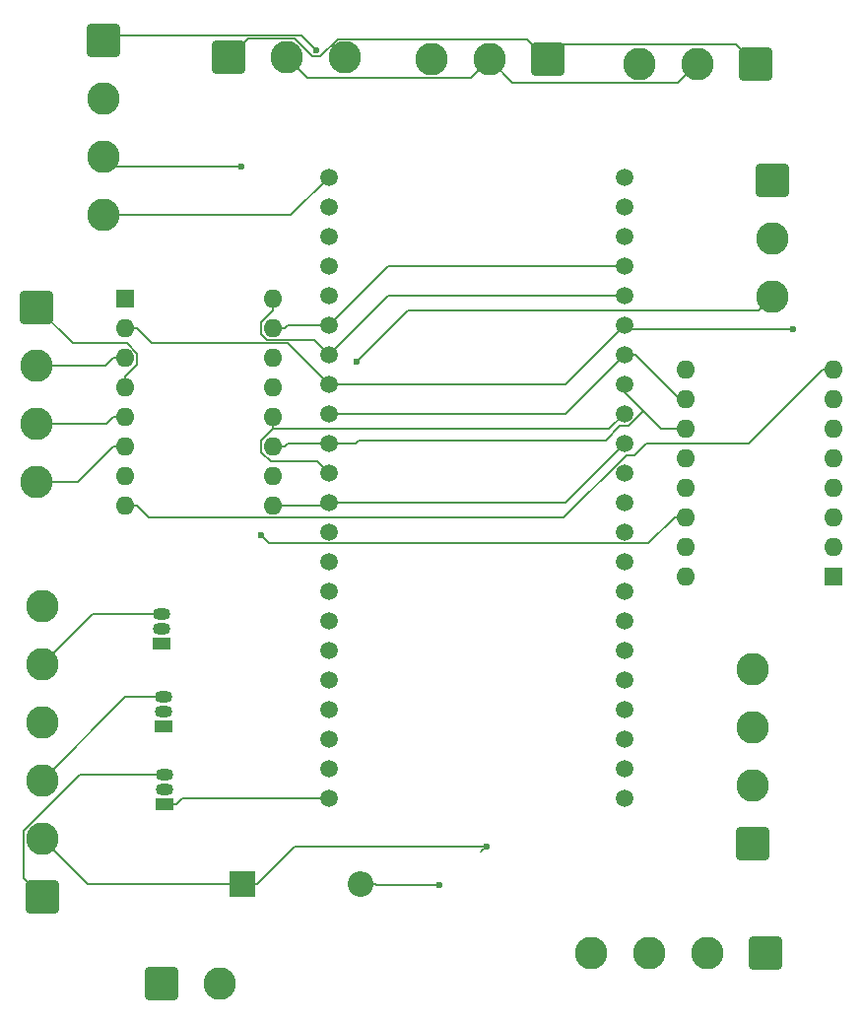
<source format=gbr>
%TF.GenerationSoftware,KiCad,Pcbnew,9.0.1*%
%TF.CreationDate,2025-05-08T22:11:00-07:00*%
%TF.ProjectId,pcb,7063622e-6b69-4636-9164-5f7063625858,rev?*%
%TF.SameCoordinates,Original*%
%TF.FileFunction,Copper,L2,Bot*%
%TF.FilePolarity,Positive*%
%FSLAX46Y46*%
G04 Gerber Fmt 4.6, Leading zero omitted, Abs format (unit mm)*
G04 Created by KiCad (PCBNEW 9.0.1) date 2025-05-08 22:11:00*
%MOMM*%
%LPD*%
G01*
G04 APERTURE LIST*
G04 Aperture macros list*
%AMRoundRect*
0 Rectangle with rounded corners*
0 $1 Rounding radius*
0 $2 $3 $4 $5 $6 $7 $8 $9 X,Y pos of 4 corners*
0 Add a 4 corners polygon primitive as box body*
4,1,4,$2,$3,$4,$5,$6,$7,$8,$9,$2,$3,0*
0 Add four circle primitives for the rounded corners*
1,1,$1+$1,$2,$3*
1,1,$1+$1,$4,$5*
1,1,$1+$1,$6,$7*
1,1,$1+$1,$8,$9*
0 Add four rect primitives between the rounded corners*
20,1,$1+$1,$2,$3,$4,$5,0*
20,1,$1+$1,$4,$5,$6,$7,0*
20,1,$1+$1,$6,$7,$8,$9,0*
20,1,$1+$1,$8,$9,$2,$3,0*%
G04 Aperture macros list end*
%TA.AperFunction,ComponentPad*%
%ADD10RoundRect,0.250001X1.149999X1.149999X-1.149999X1.149999X-1.149999X-1.149999X1.149999X-1.149999X0*%
%TD*%
%TA.AperFunction,ComponentPad*%
%ADD11C,2.800000*%
%TD*%
%TA.AperFunction,ComponentPad*%
%ADD12R,2.200000X2.200000*%
%TD*%
%TA.AperFunction,ComponentPad*%
%ADD13O,2.200000X2.200000*%
%TD*%
%TA.AperFunction,ComponentPad*%
%ADD14R,1.500000X1.050000*%
%TD*%
%TA.AperFunction,ComponentPad*%
%ADD15O,1.500000X1.050000*%
%TD*%
%TA.AperFunction,ComponentPad*%
%ADD16RoundRect,0.250001X1.149999X-1.149999X1.149999X1.149999X-1.149999X1.149999X-1.149999X-1.149999X0*%
%TD*%
%TA.AperFunction,ComponentPad*%
%ADD17RoundRect,0.250001X-1.149999X-1.149999X1.149999X-1.149999X1.149999X1.149999X-1.149999X1.149999X0*%
%TD*%
%TA.AperFunction,ComponentPad*%
%ADD18RoundRect,0.250001X-1.149999X1.149999X-1.149999X-1.149999X1.149999X-1.149999X1.149999X1.149999X0*%
%TD*%
%TA.AperFunction,ComponentPad*%
%ADD19C,1.500000*%
%TD*%
%TA.AperFunction,ComponentPad*%
%ADD20R,1.600000X1.600000*%
%TD*%
%TA.AperFunction,ComponentPad*%
%ADD21O,1.600000X1.600000*%
%TD*%
%TA.AperFunction,ViaPad*%
%ADD22C,0.600000*%
%TD*%
%TA.AperFunction,Conductor*%
%ADD23C,0.127000*%
%TD*%
G04 APERTURE END LIST*
D10*
%TO.P,ExtraTerminalBlock1,1,Pin_1*%
%TO.N,Net-(ESP32-S3-21)*%
X166155000Y-134437400D03*
D11*
%TO.P,ExtraTerminalBlock1,2,Pin_2*%
%TO.N,Net-(ESP32-S3-20)*%
X161155000Y-134437400D03*
%TO.P,ExtraTerminalBlock1,3,Pin_3*%
%TO.N,Net-(ExtraTerminalBlock1-Pin_3)*%
X156155000Y-134437400D03*
%TO.P,ExtraTerminalBlock1,4,Pin_4*%
%TO.N,Net-(ExtraTerminalBlock1-Pin_4)*%
X151155000Y-134437400D03*
%TD*%
D12*
%TO.P,D1,1,K*%
%TO.N,Net-(A1-VMOT)*%
X121132500Y-128532500D03*
D13*
%TO.P,D1,2,A*%
%TO.N,Net-(D1-A)*%
X131292500Y-128532500D03*
%TD*%
D14*
%TO.P,Q3,1,S*%
%TO.N,Net-(D1-A)*%
X114250000Y-107815300D03*
D15*
%TO.P,Q3,2,G*%
%TO.N,Net-(Q3-G)*%
X114250000Y-106545300D03*
%TO.P,Q3,3,D*%
%TO.N,Net-(J5-Pin_5)*%
X114250000Y-105275300D03*
%TD*%
D16*
%TO.P,J3,1,Pin_1*%
%TO.N,Net-(A2-A1)*%
X165031500Y-125066700D03*
D11*
%TO.P,J3,2,Pin_2*%
%TO.N,Net-(A2-A2)*%
X165031500Y-120066700D03*
%TO.P,J3,3,Pin_3*%
%TO.N,Net-(A2-B1)*%
X165031500Y-115066700D03*
%TO.P,J3,4,Pin_4*%
%TO.N,Net-(A2-B2)*%
X165031500Y-110066700D03*
%TD*%
D17*
%TO.P,MovingBumper_back1,1,Pin_1*%
%TO.N,Net-(D1-A)*%
X120000000Y-57500000D03*
D11*
%TO.P,MovingBumper_back1,2,Pin_2*%
%TO.N,Net-(ExtraTerminalBlock1-Pin_4)*%
X125000000Y-57500000D03*
%TO.P,MovingBumper_back1,3,Pin_3*%
%TO.N,/B_B*%
X130000000Y-57500000D03*
%TD*%
D10*
%TO.P,MovingBumper_front1,1,Pin_1*%
%TO.N,Net-(D1-A)*%
X147397900Y-57680400D03*
D11*
%TO.P,MovingBumper_front1,2,Pin_2*%
%TO.N,Net-(ExtraTerminalBlock1-Pin_4)*%
X142397900Y-57680400D03*
%TO.P,MovingBumper_front1,3,Pin_3*%
%TO.N,/B_F*%
X137397900Y-57680400D03*
%TD*%
D18*
%TO.P,J6,1,Pin_1*%
%TO.N,/Heating_pwm*%
X109250000Y-56032500D03*
D11*
%TO.P,J6,2,Pin_2*%
%TO.N,/VD_o*%
X109250000Y-61032500D03*
%TO.P,J6,3,Pin_3*%
X109250000Y-66032500D03*
%TO.P,J6,4,Pin_4*%
%TO.N,Net-(ExtraTerminalBlock1-Pin_4)*%
X109250000Y-71032500D03*
%TD*%
D19*
%TO.P,ESP32-S3,1,3V3*%
%TO.N,Net-(ExtraTerminalBlock1-Pin_4)*%
X128590000Y-67792500D03*
%TO.P,ESP32-S3,2,3V3*%
%TO.N,unconnected-(ESP32-S3-3V3-Pad2)*%
X128590000Y-70332500D03*
%TO.P,ESP32-S3,3,RST*%
%TO.N,unconnected-(ESP32-S3-RST-Pad3)*%
X128590000Y-72872500D03*
%TO.P,ESP32-S3,4,4*%
%TO.N,/VD_o*%
X128590000Y-75412500D03*
%TO.P,ESP32-S3,5,5*%
%TO.N,/Heating_pwm*%
X128590000Y-77952500D03*
%TO.P,ESP32-S3,6,6*%
%TO.N,/STEP*%
X128590000Y-80492500D03*
%TO.P,ESP32-S3,7,7*%
%TO.N,/DIR*%
X128590000Y-83032500D03*
%TO.P,ESP32-S3,8,15*%
%TO.N,/FLT*%
X128590000Y-85572500D03*
%TO.P,ESP32-S3,9,16*%
%TO.N,/M0*%
X128590000Y-88112500D03*
%TO.P,ESP32-S3,10,17*%
%TO.N,/M1*%
X128590000Y-90652500D03*
%TO.P,ESP32-S3,11,18*%
%TO.N,/M2*%
X128590000Y-93192500D03*
%TO.P,ESP32-S3,12,8*%
%TO.N,/EN*%
X128590000Y-95732500D03*
%TO.P,ESP32-S3,13,3*%
%TO.N,/B_F*%
X128590000Y-98272500D03*
%TO.P,ESP32-S3,14,46*%
%TO.N,unconnected-(ESP32-S3-46-Pad14)*%
X128590000Y-100812500D03*
%TO.P,ESP32-S3,15,9*%
%TO.N,/R_B*%
X128590000Y-103352500D03*
%TO.P,ESP32-S3,16,10*%
%TO.N,/B_B*%
X128590000Y-105892500D03*
%TO.P,ESP32-S3,17,11*%
%TO.N,/Mix3*%
X128590000Y-108432500D03*
%TO.P,ESP32-S3,18,12*%
%TO.N,/Mix2*%
X128590000Y-110972500D03*
%TO.P,ESP32-S3,19,13*%
%TO.N,/Mix1*%
X128590000Y-113512500D03*
%TO.P,ESP32-S3,20*%
%TO.N,unconnected-(ESP32-S3-Pad20)*%
X128590000Y-116052500D03*
%TO.P,ESP32-S3,21,Vin*%
%TO.N,/5V*%
X128590000Y-118592500D03*
%TO.P,ESP32-S3,22,Gnd*%
%TO.N,Net-(D1-A)*%
X128590000Y-121132500D03*
%TO.P,ESP32-S3,23,GND*%
%TO.N,unconnected-(ESP32-S3-GND-Pad23)*%
X153990000Y-67792500D03*
%TO.P,ESP32-S3,24,TX*%
%TO.N,unconnected-(ESP32-S3-TX-Pad24)*%
X153990000Y-70332500D03*
%TO.P,ESP32-S3,25,RX*%
%TO.N,unconnected-(ESP32-S3-RX-Pad25)*%
X153990000Y-72872500D03*
%TO.P,ESP32-S3,26,1*%
%TO.N,/STEP*%
X153990000Y-75412500D03*
%TO.P,ESP32-S3,27,2*%
%TO.N,/DIR*%
X153990000Y-77952500D03*
%TO.P,ESP32-S3,28,42*%
%TO.N,/FLT*%
X153990000Y-80492500D03*
%TO.P,ESP32-S3,29,41*%
%TO.N,/M0*%
X153990000Y-83032500D03*
%TO.P,ESP32-S3,30,40*%
%TO.N,/M1*%
X153990000Y-85572500D03*
%TO.P,ESP32-S3,31,39*%
%TO.N,/M2*%
X153990000Y-88112500D03*
%TO.P,ESP32-S3,32,38*%
%TO.N,/EN*%
X153990000Y-90652500D03*
%TO.P,ESP32-S3,33,37*%
%TO.N,unconnected-(ESP32-S3-37-Pad33)*%
X153990000Y-93192500D03*
%TO.P,ESP32-S3,34,36*%
%TO.N,/R_F*%
X153990000Y-95732500D03*
%TO.P,ESP32-S3,35,35*%
%TO.N,unconnected-(ESP32-S3-Pad35)*%
X153990000Y-98272500D03*
%TO.P,ESP32-S3,36,0*%
%TO.N,unconnected-(ESP32-S3-0-Pad36)*%
X153990000Y-100812500D03*
%TO.P,ESP32-S3,37,45*%
%TO.N,unconnected-(ESP32-S3-45-Pad37)*%
X153990000Y-103352500D03*
%TO.P,ESP32-S3,38,48*%
%TO.N,unconnected-(ESP32-S3-48-Pad38)*%
X153990000Y-105892500D03*
%TO.P,ESP32-S3,39,47*%
%TO.N,unconnected-(ESP32-S3-47-Pad39)*%
X153990000Y-108432500D03*
%TO.P,ESP32-S3,40,21*%
%TO.N,Net-(ESP32-S3-21)*%
X153990000Y-110972500D03*
%TO.P,ESP32-S3,41,20*%
%TO.N,Net-(ESP32-S3-20)*%
X153990000Y-113512500D03*
%TO.P,ESP32-S3,42*%
%TO.N,unconnected-(ESP32-S3-Pad42)*%
X153990000Y-116052500D03*
%TO.P,ESP32-S3,43,GND*%
%TO.N,unconnected-(ESP32-S3-GND-Pad43)*%
X153990000Y-118592500D03*
%TO.P,ESP32-S3,44,GND*%
%TO.N,Net-(ExtraTerminalBlock1-Pin_3)*%
X153990000Y-121132500D03*
%TD*%
D20*
%TO.P,A2,1,GND*%
%TO.N,Net-(D1-A)*%
X171982000Y-102106300D03*
D21*
%TO.P,A2,2,~{FLT}*%
%TO.N,/FLT*%
X171982000Y-99566300D03*
%TO.P,A2,3,A2*%
%TO.N,Net-(A2-A2)*%
X171982000Y-97026300D03*
%TO.P,A2,4,A1*%
%TO.N,Net-(A2-A1)*%
X171982000Y-94486300D03*
%TO.P,A2,5,B1*%
%TO.N,Net-(A2-B1)*%
X171982000Y-91946300D03*
%TO.P,A2,6,B2*%
%TO.N,Net-(A2-B2)*%
X171982000Y-89406300D03*
%TO.P,A2,7,GND*%
%TO.N,Net-(D1-A)*%
X171982000Y-86866300D03*
%TO.P,A2,8,VMOT*%
%TO.N,Net-(A1-VMOT)*%
X171982000Y-84326300D03*
%TO.P,A2,9,~{EN}*%
%TO.N,/EN*%
X159282000Y-84326300D03*
%TO.P,A2,10,M0*%
%TO.N,/M0*%
X159282000Y-86866300D03*
%TO.P,A2,11,M1*%
%TO.N,/M1*%
X159282000Y-89406300D03*
%TO.P,A2,12,M2*%
%TO.N,/M2*%
X159282000Y-91946300D03*
%TO.P,A2,13,~{RST}*%
%TO.N,/5V*%
X159282000Y-94486300D03*
%TO.P,A2,14,~{SLP}*%
X159282000Y-97026300D03*
%TO.P,A2,15,STEP*%
%TO.N,/STEP*%
X159282000Y-99566300D03*
%TO.P,A2,16,DIR*%
%TO.N,/DIR*%
X159282000Y-102106300D03*
%TD*%
D17*
%TO.P,J1,1,Pin_1*%
%TO.N,Net-(D1-A)*%
X114212500Y-137032500D03*
D11*
%TO.P,J1,2,Pin_2*%
%TO.N,Net-(A1-VMOT)*%
X119212500Y-137032500D03*
%TD*%
D10*
%TO.P,Rehydration_front1,1,Pin_1*%
%TO.N,Net-(D1-A)*%
X165250000Y-58032500D03*
D11*
%TO.P,Rehydration_front1,2,Pin_2*%
%TO.N,Net-(ExtraTerminalBlock1-Pin_4)*%
X160250000Y-58032500D03*
%TO.P,Rehydration_front1,3,Pin_3*%
%TO.N,/R_F*%
X155250000Y-58032500D03*
%TD*%
D14*
%TO.P,Q1,1,S*%
%TO.N,Net-(D1-A)*%
X114504400Y-121649700D03*
D15*
%TO.P,Q1,2,G*%
%TO.N,Net-(Q1-G)*%
X114504400Y-120379700D03*
%TO.P,Q1,3,D*%
%TO.N,Net-(J5-Pin_1)*%
X114504400Y-119109700D03*
%TD*%
D18*
%TO.P,J2,1,Pin_1*%
%TO.N,Net-(A1-A1)*%
X103500000Y-79000000D03*
D11*
%TO.P,J2,2,Pin_2*%
%TO.N,Net-(A1-A2)*%
X103500000Y-84000000D03*
%TO.P,J2,3,Pin_3*%
%TO.N,Net-(A1-B1)*%
X103500000Y-89000000D03*
%TO.P,J2,4,Pin_4*%
%TO.N,Net-(A1-B2)*%
X103500000Y-94000000D03*
%TD*%
D20*
%TO.P,A1,1,GND*%
%TO.N,Net-(D1-A)*%
X111090200Y-78254000D03*
D21*
%TO.P,A1,2,~{FLT}*%
%TO.N,/FLT*%
X111090200Y-80794000D03*
%TO.P,A1,3,A2*%
%TO.N,Net-(A1-A2)*%
X111090200Y-83334000D03*
%TO.P,A1,4,A1*%
%TO.N,Net-(A1-A1)*%
X111090200Y-85874000D03*
%TO.P,A1,5,B1*%
%TO.N,Net-(A1-B1)*%
X111090200Y-88414000D03*
%TO.P,A1,6,B2*%
%TO.N,Net-(A1-B2)*%
X111090200Y-90954000D03*
%TO.P,A1,7,GND*%
%TO.N,Net-(D1-A)*%
X111090200Y-93494000D03*
%TO.P,A1,8,VMOT*%
%TO.N,Net-(A1-VMOT)*%
X111090200Y-96034000D03*
%TO.P,A1,9,~{EN}*%
%TO.N,/EN*%
X123790200Y-96034000D03*
%TO.P,A1,10,M0*%
%TO.N,/M0*%
X123790200Y-93494000D03*
%TO.P,A1,11,M1*%
%TO.N,/M1*%
X123790200Y-90954000D03*
%TO.P,A1,12,M2*%
%TO.N,/M2*%
X123790200Y-88414000D03*
%TO.P,A1,13,~{RST}*%
%TO.N,/5V*%
X123790200Y-85874000D03*
%TO.P,A1,14,~{SLP}*%
X123790200Y-83334000D03*
%TO.P,A1,15,STEP*%
%TO.N,/STEP*%
X123790200Y-80794000D03*
%TO.P,A1,16,DIR*%
%TO.N,/DIR*%
X123790200Y-78254000D03*
%TD*%
D14*
%TO.P,Q2,1,S*%
%TO.N,Net-(D1-A)*%
X114410100Y-114965400D03*
D15*
%TO.P,Q2,2,G*%
%TO.N,Net-(Q2-G)*%
X114410100Y-113695400D03*
%TO.P,Q2,3,D*%
%TO.N,Net-(J5-Pin_3)*%
X114410100Y-112425400D03*
%TD*%
D18*
%TO.P,Rehydration_back1,1,Pin_1*%
%TO.N,Net-(D1-A)*%
X166732900Y-68049600D03*
D11*
%TO.P,Rehydration_back1,2,Pin_2*%
%TO.N,Net-(ExtraTerminalBlock1-Pin_4)*%
X166732900Y-73049600D03*
%TO.P,Rehydration_back1,3,Pin_3*%
%TO.N,/R_B*%
X166732900Y-78049600D03*
%TD*%
D16*
%TO.P,J5,1,Pin_1*%
%TO.N,Net-(J5-Pin_1)*%
X103939900Y-129600900D03*
D11*
%TO.P,J5,2,Pin_2*%
%TO.N,Net-(A1-VMOT)*%
X103939900Y-124600900D03*
%TO.P,J5,3,Pin_3*%
%TO.N,Net-(J5-Pin_3)*%
X103939900Y-119600900D03*
%TO.P,J5,4,Pin_4*%
%TO.N,Net-(A1-VMOT)*%
X103939900Y-114600900D03*
%TO.P,J5,5,Pin_5*%
%TO.N,Net-(J5-Pin_5)*%
X103939900Y-109600900D03*
%TO.P,J5,6,Pin_6*%
%TO.N,Net-(A1-VMOT)*%
X103939900Y-104600900D03*
%TD*%
D22*
%TO.N,Net-(D1-A)*%
X138095800Y-128594600D03*
%TO.N,/VD_o*%
X121069600Y-66886700D03*
%TO.N,/Heating_pwm*%
X127500000Y-56869500D03*
%TO.N,/R_B*%
X130957200Y-83644500D03*
%TO.N,Net-(A1-VMOT)*%
X142117700Y-125294500D03*
%TO.N,/FLT*%
X168518300Y-80803300D03*
%TO.N,/5V*%
X122798000Y-98551300D03*
%TD*%
D23*
%TO.N,Net-(D1-A)*%
X115963800Y-121132500D02*
X115446600Y-121649700D01*
X128590000Y-121132500D02*
X115963800Y-121132500D01*
X114504400Y-121649700D02*
X115446600Y-121649700D01*
X163618600Y-56401100D02*
X165250000Y-58032500D01*
X148677200Y-56401100D02*
X163618600Y-56401100D01*
X147397900Y-57680400D02*
X148677200Y-56401100D01*
X121647100Y-55852900D02*
X120000000Y-57500000D01*
X125681800Y-55852900D02*
X121647100Y-55852900D01*
X127202400Y-57373500D02*
X125681800Y-55852900D01*
X127866600Y-57373500D02*
X127202400Y-57373500D01*
X129336200Y-55903900D02*
X127866600Y-57373500D01*
X145621400Y-55903900D02*
X129336200Y-55903900D01*
X147397900Y-57680400D02*
X145621400Y-55903900D01*
X132646800Y-128594600D02*
X132584700Y-128532500D01*
X138095800Y-128594600D02*
X132646800Y-128594600D01*
X131292500Y-128532500D02*
X132584700Y-128532500D01*
%TO.N,Net-(J5-Pin_1)*%
X102330500Y-127991500D02*
X103939900Y-129600900D01*
X102330500Y-123933900D02*
X102330500Y-127991500D01*
X107154700Y-119109700D02*
X102330500Y-123933900D01*
X114504400Y-119109700D02*
X107154700Y-119109700D01*
%TO.N,Net-(J5-Pin_3)*%
X111115400Y-112425400D02*
X114410100Y-112425400D01*
X103939900Y-119600900D02*
X111115400Y-112425400D01*
%TO.N,Net-(J5-Pin_5)*%
X108265500Y-105275300D02*
X114250000Y-105275300D01*
X103939900Y-109600900D02*
X108265500Y-105275300D01*
%TO.N,/VD_o*%
X110104200Y-66886700D02*
X109250000Y-66032500D01*
X121069600Y-66886700D02*
X110104200Y-66886700D01*
%TO.N,/Heating_pwm*%
X109685300Y-55597200D02*
X109250000Y-56032500D01*
X126227700Y-55597200D02*
X109685300Y-55597200D01*
X127500000Y-56869500D02*
X126227700Y-55597200D01*
%TO.N,/R_B*%
X165560000Y-79222500D02*
X166732900Y-78049600D01*
X135379200Y-79222500D02*
X165560000Y-79222500D01*
X130957200Y-83644500D02*
X135379200Y-79222500D01*
%TO.N,Net-(A1-B2)*%
X107052000Y-94000000D02*
X110098000Y-90954000D01*
X103500000Y-94000000D02*
X107052000Y-94000000D01*
X111090200Y-90954000D02*
X110098000Y-90954000D01*
%TO.N,Net-(A1-A2)*%
X109432000Y-84000000D02*
X103500000Y-84000000D01*
X110098000Y-83334000D02*
X109432000Y-84000000D01*
X111090200Y-83334000D02*
X110098000Y-83334000D01*
%TO.N,/STEP*%
X125083900Y-80492500D02*
X124782400Y-80794000D01*
X128590000Y-80492500D02*
X125083900Y-80492500D01*
X123790200Y-80794000D02*
X124782400Y-80794000D01*
X133670000Y-75412500D02*
X128590000Y-80492500D01*
X153990000Y-75412500D02*
X133670000Y-75412500D01*
%TO.N,Net-(A1-VMOT)*%
X107871500Y-128532500D02*
X103939900Y-124600900D01*
X121132500Y-128532500D02*
X107871500Y-128532500D01*
X125662700Y-125294500D02*
X142117700Y-125294500D01*
X122424700Y-128532500D02*
X125662700Y-125294500D01*
X121132500Y-128532500D02*
X122424700Y-128532500D01*
X171982000Y-84326300D02*
X170989800Y-84326300D01*
X111090200Y-96034000D02*
X112082400Y-96034000D01*
X113080500Y-97032100D02*
X112082400Y-96034000D01*
X148759600Y-97032100D02*
X113080500Y-97032100D01*
X154152300Y-91639400D02*
X148759600Y-97032100D01*
X154886700Y-91639400D02*
X154152300Y-91639400D01*
X155849800Y-90676300D02*
X154886700Y-91639400D01*
X164639800Y-90676300D02*
X155849800Y-90676300D01*
X170989800Y-84326300D02*
X164639800Y-90676300D01*
X142117700Y-125294500D02*
X141690800Y-125721400D01*
X141690800Y-125721400D02*
X142117700Y-125294500D01*
%TO.N,Net-(A1-A1)*%
X106564000Y-82064000D02*
X103500000Y-79000000D01*
X111246700Y-82064000D02*
X106564000Y-82064000D01*
X112103200Y-82920500D02*
X111246700Y-82064000D01*
X112103200Y-83868800D02*
X112103200Y-82920500D01*
X111090200Y-84881800D02*
X112103200Y-83868800D01*
X111090200Y-85874000D02*
X111090200Y-84881800D01*
%TO.N,Net-(A1-B1)*%
X109512000Y-89000000D02*
X110098000Y-88414000D01*
X103500000Y-89000000D02*
X109512000Y-89000000D01*
X111090200Y-88414000D02*
X110098000Y-88414000D01*
%TO.N,/FLT*%
X111090200Y-80794000D02*
X112082400Y-80794000D01*
X154300800Y-80803300D02*
X153990000Y-80492500D01*
X168518300Y-80803300D02*
X154300800Y-80803300D01*
X148910000Y-85572500D02*
X128590000Y-85572500D01*
X153990000Y-80492500D02*
X148910000Y-85572500D01*
X125059400Y-82041900D02*
X128590000Y-85572500D01*
X113330300Y-82041900D02*
X125059400Y-82041900D01*
X112082400Y-80794000D02*
X113330300Y-82041900D01*
%TO.N,/M0*%
X159282000Y-86866300D02*
X158785900Y-86866300D01*
X154952100Y-83032500D02*
X153990000Y-83032500D01*
X158785900Y-86866300D02*
X154952100Y-83032500D01*
X148910000Y-88112500D02*
X153990000Y-83032500D01*
X128590000Y-88112500D02*
X148910000Y-88112500D01*
%TO.N,/5V*%
X159282000Y-97026300D02*
X158289800Y-97026300D01*
X156083400Y-99232700D02*
X158289800Y-97026300D01*
X123479400Y-99232700D02*
X156083400Y-99232700D01*
X122798000Y-98551300D02*
X123479400Y-99232700D01*
%TO.N,/DIR*%
X133670000Y-77952500D02*
X128590000Y-83032500D01*
X153990000Y-77952500D02*
X133670000Y-77952500D01*
X123790200Y-78254000D02*
X123790200Y-79246200D01*
X122774200Y-80262200D02*
X123790200Y-79246200D01*
X122774200Y-81252800D02*
X122774200Y-80262200D01*
X123307600Y-81786200D02*
X122774200Y-81252800D01*
X127343700Y-81786200D02*
X123307600Y-81786200D01*
X128590000Y-83032500D02*
X127343700Y-81786200D01*
%TO.N,/M1*%
X123790200Y-90954000D02*
X124782400Y-90954000D01*
X157133000Y-89406300D02*
X155607000Y-87880200D01*
X159282000Y-89406300D02*
X157133000Y-89406300D01*
X153990000Y-86263300D02*
X153990000Y-85572500D01*
X155607000Y-87880200D02*
X153990000Y-86263300D01*
X125083800Y-90652600D02*
X124782400Y-90954000D01*
X127647800Y-90652600D02*
X125083800Y-90652600D01*
X127647800Y-90652500D02*
X127647800Y-90652600D01*
X128590000Y-90652500D02*
X127647800Y-90652500D01*
X154347600Y-89139600D02*
X155607000Y-87880200D01*
X153620300Y-89139600D02*
X154347600Y-89139600D01*
X152361600Y-90398300D02*
X153620300Y-89139600D01*
X131170000Y-90398300D02*
X152361600Y-90398300D01*
X130915600Y-90652700D02*
X131170000Y-90398300D01*
X127647900Y-90652700D02*
X130915600Y-90652700D01*
X127647800Y-90652600D02*
X127647900Y-90652700D01*
%TO.N,/EN*%
X128288500Y-96034000D02*
X128590000Y-95732500D01*
X123790200Y-96034000D02*
X128288500Y-96034000D01*
X148910000Y-95732500D02*
X128590000Y-95732500D01*
X153990000Y-90652500D02*
X148910000Y-95732500D01*
%TO.N,/M2*%
X127621500Y-92224000D02*
X128590000Y-93192500D01*
X123638100Y-92224000D02*
X127621500Y-92224000D01*
X122794900Y-91380800D02*
X123638100Y-92224000D01*
X122794900Y-90401500D02*
X122794900Y-91380800D01*
X123790200Y-89406200D02*
X122794900Y-90401500D01*
X123790200Y-88414000D02*
X123790200Y-89406200D01*
X152696300Y-89406200D02*
X123790200Y-89406200D01*
X153990000Y-88112500D02*
X152696300Y-89406200D01*
%TO.N,Net-(ExtraTerminalBlock1-Pin_4)*%
X126772600Y-59272600D02*
X125000000Y-57500000D01*
X140805700Y-59272600D02*
X126772600Y-59272600D01*
X142397900Y-57680400D02*
X140805700Y-59272600D01*
X144389600Y-59672100D02*
X142397900Y-57680400D01*
X158610400Y-59672100D02*
X144389600Y-59672100D01*
X160250000Y-58032500D02*
X158610400Y-59672100D01*
X125350000Y-71032500D02*
X109250000Y-71032500D01*
X128590000Y-67792500D02*
X125350000Y-71032500D01*
%TD*%
M02*

</source>
